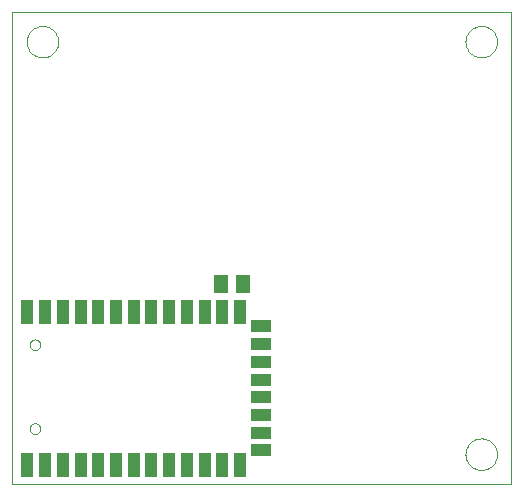
<source format=gbp>
G75*
%MOIN*%
%OFA0B0*%
%FSLAX24Y24*%
%IPPOS*%
%LPD*%
%AMOC8*
5,1,8,0,0,1.08239X$1,22.5*
%
%ADD10C,0.0000*%
%ADD11R,0.0512X0.0591*%
%ADD12R,0.0394X0.0787*%
%ADD13R,0.0709X0.0394*%
D10*
X000851Y000675D02*
X000851Y016421D01*
X017471Y016421D01*
X017471Y000675D01*
X000851Y000675D01*
X001424Y002527D02*
X001426Y002553D01*
X001432Y002579D01*
X001442Y002604D01*
X001455Y002627D01*
X001471Y002647D01*
X001491Y002665D01*
X001513Y002680D01*
X001536Y002692D01*
X001562Y002700D01*
X001588Y002704D01*
X001614Y002704D01*
X001640Y002700D01*
X001666Y002692D01*
X001690Y002680D01*
X001711Y002665D01*
X001731Y002647D01*
X001747Y002627D01*
X001760Y002604D01*
X001770Y002579D01*
X001776Y002553D01*
X001778Y002527D01*
X001776Y002501D01*
X001770Y002475D01*
X001760Y002450D01*
X001747Y002427D01*
X001731Y002407D01*
X001711Y002389D01*
X001689Y002374D01*
X001666Y002362D01*
X001640Y002354D01*
X001614Y002350D01*
X001588Y002350D01*
X001562Y002354D01*
X001536Y002362D01*
X001512Y002374D01*
X001491Y002389D01*
X001471Y002407D01*
X001455Y002427D01*
X001442Y002450D01*
X001432Y002475D01*
X001426Y002501D01*
X001424Y002527D01*
X001424Y005323D02*
X001426Y005349D01*
X001432Y005375D01*
X001442Y005400D01*
X001455Y005423D01*
X001471Y005443D01*
X001491Y005461D01*
X001513Y005476D01*
X001536Y005488D01*
X001562Y005496D01*
X001588Y005500D01*
X001614Y005500D01*
X001640Y005496D01*
X001666Y005488D01*
X001690Y005476D01*
X001711Y005461D01*
X001731Y005443D01*
X001747Y005423D01*
X001760Y005400D01*
X001770Y005375D01*
X001776Y005349D01*
X001778Y005323D01*
X001776Y005297D01*
X001770Y005271D01*
X001760Y005246D01*
X001747Y005223D01*
X001731Y005203D01*
X001711Y005185D01*
X001689Y005170D01*
X001666Y005158D01*
X001640Y005150D01*
X001614Y005146D01*
X001588Y005146D01*
X001562Y005150D01*
X001536Y005158D01*
X001512Y005170D01*
X001491Y005185D01*
X001471Y005203D01*
X001455Y005223D01*
X001442Y005246D01*
X001432Y005271D01*
X001426Y005297D01*
X001424Y005323D01*
X001326Y015425D02*
X001328Y015470D01*
X001334Y015515D01*
X001343Y015559D01*
X001357Y015602D01*
X001374Y015644D01*
X001394Y015684D01*
X001418Y015723D01*
X001446Y015759D01*
X001476Y015792D01*
X001509Y015823D01*
X001544Y015851D01*
X001582Y015876D01*
X001622Y015897D01*
X001663Y015915D01*
X001706Y015930D01*
X001750Y015940D01*
X001795Y015947D01*
X001840Y015950D01*
X001885Y015949D01*
X001930Y015944D01*
X001974Y015935D01*
X002018Y015923D01*
X002060Y015907D01*
X002100Y015887D01*
X002139Y015864D01*
X002176Y015837D01*
X002210Y015808D01*
X002242Y015776D01*
X002270Y015741D01*
X002296Y015704D01*
X002318Y015664D01*
X002337Y015623D01*
X002352Y015581D01*
X002364Y015537D01*
X002372Y015493D01*
X002376Y015448D01*
X002376Y015402D01*
X002372Y015357D01*
X002364Y015313D01*
X002352Y015269D01*
X002337Y015227D01*
X002318Y015186D01*
X002296Y015146D01*
X002270Y015109D01*
X002242Y015074D01*
X002210Y015042D01*
X002176Y015013D01*
X002139Y014986D01*
X002100Y014963D01*
X002060Y014943D01*
X002018Y014927D01*
X001974Y014915D01*
X001930Y014906D01*
X001885Y014901D01*
X001840Y014900D01*
X001795Y014903D01*
X001750Y014910D01*
X001706Y014920D01*
X001663Y014935D01*
X001622Y014953D01*
X001582Y014974D01*
X001544Y014999D01*
X001509Y015027D01*
X001476Y015058D01*
X001446Y015091D01*
X001418Y015127D01*
X001394Y015166D01*
X001374Y015206D01*
X001357Y015248D01*
X001343Y015291D01*
X001334Y015335D01*
X001328Y015380D01*
X001326Y015425D01*
X015951Y015425D02*
X015953Y015470D01*
X015959Y015515D01*
X015968Y015559D01*
X015982Y015602D01*
X015999Y015644D01*
X016019Y015684D01*
X016043Y015723D01*
X016071Y015759D01*
X016101Y015792D01*
X016134Y015823D01*
X016169Y015851D01*
X016207Y015876D01*
X016247Y015897D01*
X016288Y015915D01*
X016331Y015930D01*
X016375Y015940D01*
X016420Y015947D01*
X016465Y015950D01*
X016510Y015949D01*
X016555Y015944D01*
X016599Y015935D01*
X016643Y015923D01*
X016685Y015907D01*
X016725Y015887D01*
X016764Y015864D01*
X016801Y015837D01*
X016835Y015808D01*
X016867Y015776D01*
X016895Y015741D01*
X016921Y015704D01*
X016943Y015664D01*
X016962Y015623D01*
X016977Y015581D01*
X016989Y015537D01*
X016997Y015493D01*
X017001Y015448D01*
X017001Y015402D01*
X016997Y015357D01*
X016989Y015313D01*
X016977Y015269D01*
X016962Y015227D01*
X016943Y015186D01*
X016921Y015146D01*
X016895Y015109D01*
X016867Y015074D01*
X016835Y015042D01*
X016801Y015013D01*
X016764Y014986D01*
X016725Y014963D01*
X016685Y014943D01*
X016643Y014927D01*
X016599Y014915D01*
X016555Y014906D01*
X016510Y014901D01*
X016465Y014900D01*
X016420Y014903D01*
X016375Y014910D01*
X016331Y014920D01*
X016288Y014935D01*
X016247Y014953D01*
X016207Y014974D01*
X016169Y014999D01*
X016134Y015027D01*
X016101Y015058D01*
X016071Y015091D01*
X016043Y015127D01*
X016019Y015166D01*
X015999Y015206D01*
X015982Y015248D01*
X015968Y015291D01*
X015959Y015335D01*
X015953Y015380D01*
X015951Y015425D01*
X015951Y001675D02*
X015953Y001720D01*
X015959Y001765D01*
X015968Y001809D01*
X015982Y001852D01*
X015999Y001894D01*
X016019Y001934D01*
X016043Y001973D01*
X016071Y002009D01*
X016101Y002042D01*
X016134Y002073D01*
X016169Y002101D01*
X016207Y002126D01*
X016247Y002147D01*
X016288Y002165D01*
X016331Y002180D01*
X016375Y002190D01*
X016420Y002197D01*
X016465Y002200D01*
X016510Y002199D01*
X016555Y002194D01*
X016599Y002185D01*
X016643Y002173D01*
X016685Y002157D01*
X016725Y002137D01*
X016764Y002114D01*
X016801Y002087D01*
X016835Y002058D01*
X016867Y002026D01*
X016895Y001991D01*
X016921Y001954D01*
X016943Y001914D01*
X016962Y001873D01*
X016977Y001831D01*
X016989Y001787D01*
X016997Y001743D01*
X017001Y001698D01*
X017001Y001652D01*
X016997Y001607D01*
X016989Y001563D01*
X016977Y001519D01*
X016962Y001477D01*
X016943Y001436D01*
X016921Y001396D01*
X016895Y001359D01*
X016867Y001324D01*
X016835Y001292D01*
X016801Y001263D01*
X016764Y001236D01*
X016725Y001213D01*
X016685Y001193D01*
X016643Y001177D01*
X016599Y001165D01*
X016555Y001156D01*
X016510Y001151D01*
X016465Y001150D01*
X016420Y001153D01*
X016375Y001160D01*
X016331Y001170D01*
X016288Y001185D01*
X016247Y001203D01*
X016207Y001224D01*
X016169Y001249D01*
X016134Y001277D01*
X016101Y001308D01*
X016071Y001341D01*
X016043Y001377D01*
X016019Y001416D01*
X015999Y001456D01*
X015982Y001498D01*
X015968Y001541D01*
X015959Y001585D01*
X015953Y001630D01*
X015951Y001675D01*
D11*
X008538Y007363D03*
X007790Y007363D03*
D12*
X007847Y006425D03*
X007257Y006425D03*
X006666Y006425D03*
X006076Y006425D03*
X005485Y006425D03*
X004895Y006425D03*
X004304Y006425D03*
X003714Y006425D03*
X003123Y006425D03*
X002532Y006425D03*
X001942Y006425D03*
X001351Y006425D03*
X001351Y001307D03*
X001942Y001307D03*
X002532Y001307D03*
X003123Y001307D03*
X003714Y001307D03*
X004304Y001307D03*
X004895Y001307D03*
X005485Y001307D03*
X006076Y001307D03*
X006666Y001307D03*
X007257Y001307D03*
X007847Y001307D03*
X008438Y001307D03*
X008438Y006425D03*
D13*
X009127Y005933D03*
X009127Y005342D03*
X009127Y004752D03*
X009127Y004161D03*
X009127Y003571D03*
X009127Y002980D03*
X009127Y002390D03*
X009127Y001799D03*
M02*

</source>
